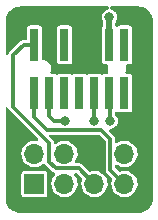
<source format=gbr>
%TF.GenerationSoftware,KiCad,Pcbnew,(6.0.0)*%
%TF.CreationDate,2022-01-20T17:31:54+07:00*%
%TF.ProjectId,CubeSat Link V555,43756265-5361-4742-904c-696e6b205635,rev?*%
%TF.SameCoordinates,Original*%
%TF.FileFunction,Copper,L1,Top*%
%TF.FilePolarity,Positive*%
%FSLAX46Y46*%
G04 Gerber Fmt 4.6, Leading zero omitted, Abs format (unit mm)*
G04 Created by KiCad (PCBNEW (6.0.0)) date 2022-01-20 17:31:54*
%MOMM*%
%LPD*%
G01*
G04 APERTURE LIST*
%TA.AperFunction,ComponentPad*%
%ADD10O,1.700000X1.700000*%
%TD*%
%TA.AperFunction,ComponentPad*%
%ADD11R,1.700000X1.700000*%
%TD*%
%TA.AperFunction,SMDPad,CuDef*%
%ADD12R,0.740000X2.790000*%
%TD*%
%TA.AperFunction,ViaPad*%
%ADD13C,0.800000*%
%TD*%
%TA.AperFunction,Conductor*%
%ADD14C,0.300000*%
%TD*%
%TA.AperFunction,Conductor*%
%ADD15C,0.500000*%
%TD*%
G04 APERTURE END LIST*
D10*
%TO.P,J2,8,Pin_8*%
%TO.N,unconnected-(J2-Pad8)*%
X146820000Y-104750000D03*
%TO.P,J2,7,Pin_7*%
%TO.N,/TX*%
X146820000Y-107290000D03*
%TO.P,J2,6,Pin_6*%
%TO.N,GND*%
X144280000Y-104750000D03*
%TO.P,J2,5,Pin_5*%
%TO.N,/RX*%
X144280000Y-107290000D03*
%TO.P,J2,4,Pin_4*%
%TO.N,/NRST*%
X141740000Y-104750000D03*
%TO.P,J2,3,Pin_3*%
%TO.N,/SWDIO*%
X141740000Y-107290000D03*
%TO.P,J2,2,Pin_2*%
%TO.N,+3V3*%
X139200000Y-104750000D03*
D11*
%TO.P,J2,1,Pin_1*%
%TO.N,/SWCLK*%
X139200000Y-107290000D03*
%TD*%
D12*
%TO.P,J1,14,Pin_14*%
%TO.N,/TX*%
X139190000Y-99590000D03*
%TO.P,J1,13,Pin_13*%
%TO.N,/RX*%
X139190000Y-95520000D03*
%TO.P,J1,12,Pin_12*%
%TO.N,/NRST*%
X140460000Y-99590000D03*
%TO.P,J1,11,Pin_11*%
%TO.N,GND*%
X140460000Y-95520000D03*
%TO.P,J1,10,Pin_10*%
%TO.N,unconnected-(J1-Pad10)*%
X141730000Y-99590000D03*
%TO.P,J1,9,Pin_9*%
%TO.N,unconnected-(J1-Pad9)*%
X141730000Y-95520000D03*
%TO.P,J1,8,Pin_8*%
%TO.N,/SWO*%
X143000000Y-99590000D03*
%TO.P,J1,7,Pin_7*%
%TO.N,GND*%
X143000000Y-95520000D03*
%TO.P,J1,6,Pin_6*%
%TO.N,/SWCLK*%
X144270000Y-99590000D03*
%TO.P,J1,5,Pin_5*%
%TO.N,GND*%
X144270000Y-95520000D03*
%TO.P,J1,4,Pin_4*%
%TO.N,/SWDIO*%
X145540000Y-99590000D03*
%TO.P,J1,3,Pin_3*%
%TO.N,+3V3*%
X145540000Y-95520000D03*
%TO.P,J1,2,Pin_2*%
%TO.N,unconnected-(J1-Pad2)*%
X146810000Y-99590000D03*
%TO.P,J1,1,Pin_1*%
%TO.N,unconnected-(J1-Pad1)*%
X146810000Y-95520000D03*
%TD*%
D13*
%TO.N,GND*%
X137500000Y-106000000D03*
X148500000Y-108500000D03*
X148000000Y-102000000D03*
X148000000Y-93500000D03*
X137500000Y-93500000D03*
%TO.N,/SWDIO*%
X145600000Y-101950000D03*
%TO.N,/SWCLK*%
X144250000Y-101950500D03*
%TO.N,+3V3*%
X145550000Y-93150000D03*
%TO.N,/NRST*%
X141750000Y-101950500D03*
%TD*%
D14*
%TO.N,/NRST*%
X140850500Y-101950500D02*
X140460000Y-101560000D01*
X141750000Y-101950500D02*
X140850500Y-101950500D01*
X140460000Y-101560000D02*
X140460000Y-99590000D01*
%TO.N,/SWDIO*%
X145600000Y-101950000D02*
X145600000Y-99650000D01*
X145600000Y-99650000D02*
X145540000Y-99590000D01*
%TO.N,/SWCLK*%
X144250000Y-99610000D02*
X144270000Y-99590000D01*
X144250000Y-101950500D02*
X144250000Y-99610000D01*
D15*
%TO.N,+3V3*%
X145540000Y-93160000D02*
X145550000Y-93150000D01*
X145540000Y-95520000D02*
X145540000Y-93160000D01*
D14*
%TO.N,/TX*%
X145620489Y-103470489D02*
X145620489Y-106090489D01*
X144850000Y-102700000D02*
X145620489Y-103470489D01*
X140250000Y-102700000D02*
X144850000Y-102700000D01*
X139190000Y-101640000D02*
X140250000Y-102700000D01*
X139190000Y-99590000D02*
X139190000Y-101640000D01*
X145620489Y-106090489D02*
X146820000Y-107290000D01*
%TO.N,/RX*%
X138280000Y-95520000D02*
X139190000Y-95520000D01*
X137400000Y-96400000D02*
X138280000Y-95520000D01*
X140450000Y-103850000D02*
X137400000Y-100800000D01*
X140450000Y-105400000D02*
X140450000Y-103850000D01*
X137400000Y-100800000D02*
X137400000Y-96400000D01*
X141000000Y-105950000D02*
X140450000Y-105400000D01*
X142940000Y-105950000D02*
X141000000Y-105950000D01*
X144280000Y-107290000D02*
X142940000Y-105950000D01*
%TD*%
%TA.AperFunction,Conductor*%
%TO.N,GND*%
G36*
X147987153Y-92256421D02*
G01*
X148000000Y-92258976D01*
X148012170Y-92256556D01*
X148024581Y-92256556D01*
X148024581Y-92257411D01*
X148035296Y-92256778D01*
X148142125Y-92265185D01*
X148185030Y-92268562D01*
X148204559Y-92271655D01*
X148375396Y-92312670D01*
X148394198Y-92318780D01*
X148556508Y-92386010D01*
X148574126Y-92394987D01*
X148723929Y-92486787D01*
X148739917Y-92498402D01*
X148870218Y-92609689D01*
X148873515Y-92612505D01*
X148887493Y-92626483D01*
X149001598Y-92760083D01*
X149013213Y-92776071D01*
X149105013Y-92925874D01*
X149113990Y-92943492D01*
X149181220Y-93105802D01*
X149187330Y-93124604D01*
X149228345Y-93295441D01*
X149231438Y-93314970D01*
X149243222Y-93464702D01*
X149242589Y-93475419D01*
X149243444Y-93475419D01*
X149243444Y-93487830D01*
X149241024Y-93500000D01*
X149243579Y-93512844D01*
X149246000Y-93537425D01*
X149246000Y-108462575D01*
X149243579Y-108487153D01*
X149241024Y-108500000D01*
X149243444Y-108512170D01*
X149243444Y-108524581D01*
X149242589Y-108524581D01*
X149243222Y-108535298D01*
X149231438Y-108685030D01*
X149228345Y-108704559D01*
X149187330Y-108875396D01*
X149181220Y-108894198D01*
X149113990Y-109056508D01*
X149105013Y-109074126D01*
X149013213Y-109223929D01*
X149001598Y-109239917D01*
X148887495Y-109373515D01*
X148873517Y-109387493D01*
X148739917Y-109501598D01*
X148723929Y-109513213D01*
X148574126Y-109605013D01*
X148556508Y-109613990D01*
X148394198Y-109681220D01*
X148375396Y-109687330D01*
X148204559Y-109728345D01*
X148185030Y-109731438D01*
X148142125Y-109734815D01*
X148035296Y-109743222D01*
X148024581Y-109742589D01*
X148024581Y-109743444D01*
X148012170Y-109743444D01*
X148000000Y-109741024D01*
X147987153Y-109743579D01*
X147962575Y-109746000D01*
X138037425Y-109746000D01*
X138012847Y-109743579D01*
X138000000Y-109741024D01*
X137987830Y-109743444D01*
X137975419Y-109743444D01*
X137975419Y-109742589D01*
X137964704Y-109743222D01*
X137857875Y-109734815D01*
X137814970Y-109731438D01*
X137795441Y-109728345D01*
X137624604Y-109687330D01*
X137605802Y-109681220D01*
X137443492Y-109613990D01*
X137425874Y-109605013D01*
X137276071Y-109513213D01*
X137260083Y-109501598D01*
X137126483Y-109387493D01*
X137112505Y-109373515D01*
X136998402Y-109239917D01*
X136986787Y-109223929D01*
X136894987Y-109074126D01*
X136886010Y-109056508D01*
X136818780Y-108894198D01*
X136812670Y-108875396D01*
X136771655Y-108704559D01*
X136768562Y-108685030D01*
X136756778Y-108535298D01*
X136757411Y-108524581D01*
X136756556Y-108524581D01*
X136756556Y-108512170D01*
X136758976Y-108500000D01*
X136756421Y-108487153D01*
X136754000Y-108462575D01*
X136754000Y-106414933D01*
X138095500Y-106414933D01*
X138095501Y-108165066D01*
X138110266Y-108239301D01*
X138117161Y-108249620D01*
X138117162Y-108249622D01*
X138157516Y-108310015D01*
X138166516Y-108323484D01*
X138250699Y-108379734D01*
X138324933Y-108394500D01*
X139199858Y-108394500D01*
X140075066Y-108394499D01*
X140110818Y-108387388D01*
X140137126Y-108382156D01*
X140137128Y-108382155D01*
X140149301Y-108379734D01*
X140159621Y-108372839D01*
X140159622Y-108372838D01*
X140223168Y-108330377D01*
X140233484Y-108323484D01*
X140289734Y-108239301D01*
X140304500Y-108165067D01*
X140304499Y-106414934D01*
X140292479Y-106354499D01*
X140292156Y-106352874D01*
X140292155Y-106352872D01*
X140289734Y-106340699D01*
X140277490Y-106322374D01*
X140240377Y-106266832D01*
X140233484Y-106256516D01*
X140149301Y-106200266D01*
X140075067Y-106185500D01*
X139200142Y-106185500D01*
X138324934Y-106185501D01*
X138289182Y-106192612D01*
X138262874Y-106197844D01*
X138262872Y-106197845D01*
X138250699Y-106200266D01*
X138240379Y-106207161D01*
X138240378Y-106207162D01*
X138182612Y-106245761D01*
X138166516Y-106256516D01*
X138110266Y-106340699D01*
X138095500Y-106414933D01*
X136754000Y-106414933D01*
X136754000Y-100916338D01*
X136774002Y-100848217D01*
X136827658Y-100801724D01*
X136897932Y-100791620D01*
X136962512Y-100821114D01*
X136999833Y-100877402D01*
X137002395Y-100885287D01*
X137007011Y-100904513D01*
X137010502Y-100926555D01*
X137015003Y-100935388D01*
X137020633Y-100946438D01*
X137028199Y-100964704D01*
X137035095Y-100985929D01*
X137040925Y-100993953D01*
X137048216Y-101003989D01*
X137058545Y-101020844D01*
X137068674Y-101040723D01*
X137091462Y-101063511D01*
X137091465Y-101063515D01*
X139470190Y-103442240D01*
X139504216Y-103504552D01*
X139499151Y-103575367D01*
X139456604Y-103632203D01*
X139390084Y-103657014D01*
X139356519Y-103654914D01*
X139315946Y-103646844D01*
X139310171Y-103646768D01*
X139310167Y-103646768D01*
X139208793Y-103645441D01*
X139112971Y-103644187D01*
X139107274Y-103645166D01*
X139107273Y-103645166D01*
X138918607Y-103677585D01*
X138912910Y-103678564D01*
X138722463Y-103748824D01*
X138548010Y-103852612D01*
X138543670Y-103856418D01*
X138543666Y-103856421D01*
X138404989Y-103978039D01*
X138395392Y-103986455D01*
X138269720Y-104145869D01*
X138267031Y-104150980D01*
X138267029Y-104150983D01*
X138254073Y-104175609D01*
X138175203Y-104325515D01*
X138115007Y-104519378D01*
X138091148Y-104720964D01*
X138104424Y-104923522D01*
X138105845Y-104929118D01*
X138105846Y-104929123D01*
X138126119Y-105008945D01*
X138154392Y-105120269D01*
X138156809Y-105125512D01*
X138194010Y-105206208D01*
X138239377Y-105304616D01*
X138356533Y-105470389D01*
X138360675Y-105474424D01*
X138417637Y-105529913D01*
X138501938Y-105612035D01*
X138670720Y-105724812D01*
X138676023Y-105727090D01*
X138676026Y-105727092D01*
X138851921Y-105802662D01*
X138857228Y-105804942D01*
X138930244Y-105821464D01*
X139049579Y-105848467D01*
X139049584Y-105848468D01*
X139055216Y-105849742D01*
X139060987Y-105849969D01*
X139060989Y-105849969D01*
X139120756Y-105852317D01*
X139258053Y-105857712D01*
X139358499Y-105843148D01*
X139453231Y-105829413D01*
X139453236Y-105829412D01*
X139458945Y-105828584D01*
X139464409Y-105826729D01*
X139464414Y-105826728D01*
X139645693Y-105765192D01*
X139645698Y-105765190D01*
X139651165Y-105763334D01*
X139828276Y-105664147D01*
X139855539Y-105641473D01*
X139919379Y-105588377D01*
X139984544Y-105560196D01*
X140054599Y-105571719D01*
X140107303Y-105619288D01*
X140112210Y-105628037D01*
X140118674Y-105640723D01*
X140141452Y-105663501D01*
X140141465Y-105663515D01*
X140668674Y-106190723D01*
X140759277Y-106281326D01*
X140779164Y-106291459D01*
X140796022Y-106301791D01*
X140814071Y-106314904D01*
X140823506Y-106317969D01*
X140823507Y-106317970D01*
X140835296Y-106321801D01*
X140853560Y-106329366D01*
X140873445Y-106339498D01*
X140873637Y-106339528D01*
X140927783Y-106376552D01*
X140955421Y-106441948D01*
X140943315Y-106511905D01*
X140929192Y-106534319D01*
X140918581Y-106547779D01*
X140809720Y-106685869D01*
X140807031Y-106690980D01*
X140807029Y-106690983D01*
X140794073Y-106715609D01*
X140715203Y-106865515D01*
X140655007Y-107059378D01*
X140631148Y-107260964D01*
X140644424Y-107463522D01*
X140645845Y-107469118D01*
X140645846Y-107469123D01*
X140666119Y-107548945D01*
X140694392Y-107660269D01*
X140696809Y-107665512D01*
X140734010Y-107746208D01*
X140779377Y-107844616D01*
X140896533Y-108010389D01*
X141041938Y-108152035D01*
X141210720Y-108264812D01*
X141216023Y-108267090D01*
X141216026Y-108267092D01*
X141347283Y-108323484D01*
X141397228Y-108344942D01*
X141470244Y-108361464D01*
X141589579Y-108388467D01*
X141589584Y-108388468D01*
X141595216Y-108389742D01*
X141600987Y-108389969D01*
X141600989Y-108389969D01*
X141660756Y-108392317D01*
X141798053Y-108397712D01*
X141905348Y-108382155D01*
X141993231Y-108369413D01*
X141993236Y-108369412D01*
X141998945Y-108368584D01*
X142004409Y-108366729D01*
X142004414Y-108366728D01*
X142185693Y-108305192D01*
X142185698Y-108305190D01*
X142191165Y-108303334D01*
X142368276Y-108204147D01*
X142407969Y-108171135D01*
X142519913Y-108078031D01*
X142524345Y-108074345D01*
X142654147Y-107918276D01*
X142753334Y-107741165D01*
X142755190Y-107735698D01*
X142755192Y-107735693D01*
X142816728Y-107554414D01*
X142816729Y-107554409D01*
X142818584Y-107548945D01*
X142819412Y-107543236D01*
X142819413Y-107543231D01*
X142847179Y-107351727D01*
X142847712Y-107348053D01*
X142849232Y-107290000D01*
X142830658Y-107087859D01*
X142829090Y-107082299D01*
X142777125Y-106898046D01*
X142777124Y-106898044D01*
X142775557Y-106892487D01*
X142764978Y-106871033D01*
X142688331Y-106715609D01*
X142685776Y-106710428D01*
X142570376Y-106555889D01*
X142545644Y-106489339D01*
X142560818Y-106419983D01*
X142611080Y-106369841D01*
X142671334Y-106354500D01*
X142720260Y-106354500D01*
X142788381Y-106374502D01*
X142809355Y-106391405D01*
X143208100Y-106790150D01*
X143242126Y-106852462D01*
X143239338Y-106916609D01*
X143195007Y-107059378D01*
X143171148Y-107260964D01*
X143184424Y-107463522D01*
X143185845Y-107469118D01*
X143185846Y-107469123D01*
X143206119Y-107548945D01*
X143234392Y-107660269D01*
X143236809Y-107665512D01*
X143274010Y-107746208D01*
X143319377Y-107844616D01*
X143436533Y-108010389D01*
X143581938Y-108152035D01*
X143750720Y-108264812D01*
X143756023Y-108267090D01*
X143756026Y-108267092D01*
X143887283Y-108323484D01*
X143937228Y-108344942D01*
X144010244Y-108361464D01*
X144129579Y-108388467D01*
X144129584Y-108388468D01*
X144135216Y-108389742D01*
X144140987Y-108389969D01*
X144140989Y-108389969D01*
X144200756Y-108392317D01*
X144338053Y-108397712D01*
X144445348Y-108382155D01*
X144533231Y-108369413D01*
X144533236Y-108369412D01*
X144538945Y-108368584D01*
X144544409Y-108366729D01*
X144544414Y-108366728D01*
X144725693Y-108305192D01*
X144725698Y-108305190D01*
X144731165Y-108303334D01*
X144908276Y-108204147D01*
X144947969Y-108171135D01*
X145059913Y-108078031D01*
X145064345Y-108074345D01*
X145194147Y-107918276D01*
X145293334Y-107741165D01*
X145295190Y-107735698D01*
X145295192Y-107735693D01*
X145356728Y-107554414D01*
X145356729Y-107554409D01*
X145358584Y-107548945D01*
X145359412Y-107543236D01*
X145359413Y-107543231D01*
X145387179Y-107351727D01*
X145387712Y-107348053D01*
X145389232Y-107290000D01*
X145370658Y-107087859D01*
X145369090Y-107082299D01*
X145317125Y-106898046D01*
X145317124Y-106898044D01*
X145315557Y-106892487D01*
X145304978Y-106871033D01*
X145228331Y-106715609D01*
X145225776Y-106710428D01*
X145104320Y-106547779D01*
X144955258Y-106409987D01*
X144950375Y-106406906D01*
X144950371Y-106406903D01*
X144788464Y-106304748D01*
X144783581Y-106301667D01*
X144595039Y-106226446D01*
X144589379Y-106225320D01*
X144589375Y-106225319D01*
X144401613Y-106187971D01*
X144401610Y-106187971D01*
X144395946Y-106186844D01*
X144390171Y-106186768D01*
X144390167Y-106186768D01*
X144288793Y-106185441D01*
X144192971Y-106184187D01*
X144187274Y-106185166D01*
X144187273Y-106185166D01*
X143998607Y-106217585D01*
X143992910Y-106218564D01*
X143987484Y-106220566D01*
X143987483Y-106220566D01*
X143913498Y-106247860D01*
X143842665Y-106252672D01*
X143780793Y-106218743D01*
X143203515Y-105641465D01*
X143203511Y-105641462D01*
X143180723Y-105618674D01*
X143160844Y-105608545D01*
X143143989Y-105598216D01*
X143133953Y-105590925D01*
X143125929Y-105585095D01*
X143104704Y-105578199D01*
X143086438Y-105570633D01*
X143066555Y-105560502D01*
X143044513Y-105557011D01*
X143025287Y-105552395D01*
X143013500Y-105548565D01*
X143013498Y-105548565D01*
X143004066Y-105545500D01*
X142775473Y-105545500D01*
X142707352Y-105525498D01*
X142660859Y-105471842D01*
X142650755Y-105401568D01*
X142665539Y-105357934D01*
X142750510Y-105206208D01*
X142750511Y-105206206D01*
X142753334Y-105201165D01*
X142755190Y-105195698D01*
X142755192Y-105195693D01*
X142816728Y-105014414D01*
X142816729Y-105014409D01*
X142818584Y-105008945D01*
X142819412Y-105003236D01*
X142819413Y-105003231D01*
X142847179Y-104811727D01*
X142847712Y-104808053D01*
X142849232Y-104750000D01*
X142830658Y-104547859D01*
X142829090Y-104542299D01*
X142777125Y-104358046D01*
X142777124Y-104358044D01*
X142775557Y-104352487D01*
X142764978Y-104331033D01*
X142688331Y-104175609D01*
X142685776Y-104170428D01*
X142564320Y-104007779D01*
X142415258Y-103869987D01*
X142410375Y-103866906D01*
X142410371Y-103866903D01*
X142248464Y-103764748D01*
X142243581Y-103761667D01*
X142055039Y-103686446D01*
X142049379Y-103685320D01*
X142049375Y-103685319D01*
X141861613Y-103647971D01*
X141861610Y-103647971D01*
X141855946Y-103646844D01*
X141850171Y-103646768D01*
X141850167Y-103646768D01*
X141748793Y-103645441D01*
X141652971Y-103644187D01*
X141647274Y-103645166D01*
X141647273Y-103645166D01*
X141458607Y-103677585D01*
X141452910Y-103678564D01*
X141262463Y-103748824D01*
X141088010Y-103852612D01*
X141083667Y-103856421D01*
X141083660Y-103856426D01*
X141062653Y-103874848D01*
X140998248Y-103904724D01*
X140927916Y-103895037D01*
X140873985Y-103848863D01*
X140855128Y-103799825D01*
X140854499Y-103795853D01*
X140854499Y-103785934D01*
X140851435Y-103776503D01*
X140851434Y-103776498D01*
X140847606Y-103764718D01*
X140842990Y-103745493D01*
X140841049Y-103733241D01*
X140839498Y-103723445D01*
X140829366Y-103703560D01*
X140821801Y-103685296D01*
X140817970Y-103673507D01*
X140817969Y-103673506D01*
X140814904Y-103664071D01*
X140801791Y-103646022D01*
X140791457Y-103629161D01*
X140785826Y-103618109D01*
X140781326Y-103609277D01*
X140491644Y-103319595D01*
X140457618Y-103257283D01*
X140462683Y-103186468D01*
X140505230Y-103129632D01*
X140571750Y-103104821D01*
X140580739Y-103104500D01*
X144630260Y-103104500D01*
X144698381Y-103124502D01*
X144719355Y-103141405D01*
X145179084Y-103601134D01*
X145213110Y-103663446D01*
X145215989Y-103690229D01*
X145215989Y-106154555D01*
X145219054Y-106163987D01*
X145219054Y-106163989D01*
X145222884Y-106175776D01*
X145227500Y-106195002D01*
X145230991Y-106217044D01*
X145235492Y-106225877D01*
X145241122Y-106236927D01*
X145248688Y-106255193D01*
X145255584Y-106276418D01*
X145261414Y-106284442D01*
X145268705Y-106294478D01*
X145279034Y-106311333D01*
X145289163Y-106331212D01*
X145311951Y-106354000D01*
X145311954Y-106354004D01*
X145748100Y-106790150D01*
X145782126Y-106852462D01*
X145779338Y-106916609D01*
X145735007Y-107059378D01*
X145711148Y-107260964D01*
X145724424Y-107463522D01*
X145725845Y-107469118D01*
X145725846Y-107469123D01*
X145746119Y-107548945D01*
X145774392Y-107660269D01*
X145776809Y-107665512D01*
X145814010Y-107746208D01*
X145859377Y-107844616D01*
X145976533Y-108010389D01*
X146121938Y-108152035D01*
X146290720Y-108264812D01*
X146296023Y-108267090D01*
X146296026Y-108267092D01*
X146427283Y-108323484D01*
X146477228Y-108344942D01*
X146550244Y-108361464D01*
X146669579Y-108388467D01*
X146669584Y-108388468D01*
X146675216Y-108389742D01*
X146680987Y-108389969D01*
X146680989Y-108389969D01*
X146740756Y-108392317D01*
X146878053Y-108397712D01*
X146985348Y-108382155D01*
X147073231Y-108369413D01*
X147073236Y-108369412D01*
X147078945Y-108368584D01*
X147084409Y-108366729D01*
X147084414Y-108366728D01*
X147265693Y-108305192D01*
X147265698Y-108305190D01*
X147271165Y-108303334D01*
X147448276Y-108204147D01*
X147487969Y-108171135D01*
X147599913Y-108078031D01*
X147604345Y-108074345D01*
X147734147Y-107918276D01*
X147833334Y-107741165D01*
X147835190Y-107735698D01*
X147835192Y-107735693D01*
X147896728Y-107554414D01*
X147896729Y-107554409D01*
X147898584Y-107548945D01*
X147899412Y-107543236D01*
X147899413Y-107543231D01*
X147927179Y-107351727D01*
X147927712Y-107348053D01*
X147929232Y-107290000D01*
X147910658Y-107087859D01*
X147909090Y-107082299D01*
X147857125Y-106898046D01*
X147857124Y-106898044D01*
X147855557Y-106892487D01*
X147844978Y-106871033D01*
X147768331Y-106715609D01*
X147765776Y-106710428D01*
X147644320Y-106547779D01*
X147495258Y-106409987D01*
X147490375Y-106406906D01*
X147490371Y-106406903D01*
X147328464Y-106304748D01*
X147323581Y-106301667D01*
X147135039Y-106226446D01*
X147129379Y-106225320D01*
X147129375Y-106225319D01*
X146941613Y-106187971D01*
X146941610Y-106187971D01*
X146935946Y-106186844D01*
X146930171Y-106186768D01*
X146930167Y-106186768D01*
X146828793Y-106185441D01*
X146732971Y-106184187D01*
X146727274Y-106185166D01*
X146727273Y-106185166D01*
X146538607Y-106217585D01*
X146532910Y-106218564D01*
X146527484Y-106220566D01*
X146527483Y-106220566D01*
X146453498Y-106247860D01*
X146382665Y-106252672D01*
X146320793Y-106218743D01*
X146061894Y-105959844D01*
X146027868Y-105897532D01*
X146024989Y-105870749D01*
X146024989Y-105782985D01*
X146044991Y-105714864D01*
X146098647Y-105668371D01*
X146168921Y-105658267D01*
X146220990Y-105678219D01*
X146290720Y-105724812D01*
X146296023Y-105727090D01*
X146296026Y-105727092D01*
X146471921Y-105802662D01*
X146477228Y-105804942D01*
X146550244Y-105821464D01*
X146669579Y-105848467D01*
X146669584Y-105848468D01*
X146675216Y-105849742D01*
X146680987Y-105849969D01*
X146680989Y-105849969D01*
X146740756Y-105852317D01*
X146878053Y-105857712D01*
X146978499Y-105843148D01*
X147073231Y-105829413D01*
X147073236Y-105829412D01*
X147078945Y-105828584D01*
X147084409Y-105826729D01*
X147084414Y-105826728D01*
X147265693Y-105765192D01*
X147265698Y-105765190D01*
X147271165Y-105763334D01*
X147448276Y-105664147D01*
X147475539Y-105641473D01*
X147599913Y-105538031D01*
X147604345Y-105534345D01*
X147734147Y-105378276D01*
X147833334Y-105201165D01*
X147835190Y-105195698D01*
X147835192Y-105195693D01*
X147896728Y-105014414D01*
X147896729Y-105014409D01*
X147898584Y-105008945D01*
X147899412Y-105003236D01*
X147899413Y-105003231D01*
X147927179Y-104811727D01*
X147927712Y-104808053D01*
X147929232Y-104750000D01*
X147910658Y-104547859D01*
X147909090Y-104542299D01*
X147857125Y-104358046D01*
X147857124Y-104358044D01*
X147855557Y-104352487D01*
X147844978Y-104331033D01*
X147768331Y-104175609D01*
X147765776Y-104170428D01*
X147644320Y-104007779D01*
X147495258Y-103869987D01*
X147490375Y-103866906D01*
X147490371Y-103866903D01*
X147328464Y-103764748D01*
X147323581Y-103761667D01*
X147135039Y-103686446D01*
X147129379Y-103685320D01*
X147129375Y-103685319D01*
X146941613Y-103647971D01*
X146941610Y-103647971D01*
X146935946Y-103646844D01*
X146930171Y-103646768D01*
X146930167Y-103646768D01*
X146828793Y-103645441D01*
X146732971Y-103644187D01*
X146727274Y-103645166D01*
X146727273Y-103645166D01*
X146538607Y-103677585D01*
X146532910Y-103678564D01*
X146342463Y-103748824D01*
X146337502Y-103751776D01*
X146337501Y-103751776D01*
X146215412Y-103824411D01*
X146146641Y-103842051D01*
X146079251Y-103819710D01*
X146034638Y-103764482D01*
X146024989Y-103716126D01*
X146024989Y-103406423D01*
X146018094Y-103385202D01*
X146013478Y-103365976D01*
X146011538Y-103353727D01*
X146009987Y-103343934D01*
X145999855Y-103324050D01*
X145992290Y-103305784D01*
X145988459Y-103293993D01*
X145985394Y-103284560D01*
X145972273Y-103266500D01*
X145961943Y-103249643D01*
X145956318Y-103238604D01*
X145951815Y-103229766D01*
X145929027Y-103206978D01*
X145929024Y-103206974D01*
X145542265Y-102820215D01*
X145508239Y-102757903D01*
X145513304Y-102687088D01*
X145555851Y-102630252D01*
X145622371Y-102605441D01*
X145633336Y-102605136D01*
X145643337Y-102605293D01*
X145661319Y-102605576D01*
X145661322Y-102605576D01*
X145668916Y-102605695D01*
X145823332Y-102570329D01*
X145893742Y-102534917D01*
X145958072Y-102502563D01*
X145958075Y-102502561D01*
X145964855Y-102499151D01*
X145970626Y-102494222D01*
X145970629Y-102494220D01*
X146079536Y-102401204D01*
X146079536Y-102401203D01*
X146085314Y-102396269D01*
X146177755Y-102267624D01*
X146236842Y-102120641D01*
X146259162Y-101963807D01*
X146259231Y-101957265D01*
X146259264Y-101954134D01*
X146259264Y-101954128D01*
X146259307Y-101950000D01*
X146240276Y-101792733D01*
X146184280Y-101644546D01*
X146162908Y-101613450D01*
X146098855Y-101520251D01*
X146098854Y-101520249D01*
X146094553Y-101513992D01*
X146088248Y-101508374D01*
X146046681Y-101471340D01*
X146009126Y-101411090D01*
X146004500Y-101377263D01*
X146004500Y-101295290D01*
X146024502Y-101227169D01*
X146060497Y-101190526D01*
X146083167Y-101175378D01*
X146083168Y-101175377D01*
X146093342Y-101168579D01*
X146093344Y-101168578D01*
X146093483Y-101168485D01*
X146093491Y-101168497D01*
X146148217Y-101138614D01*
X146219032Y-101143679D01*
X146255679Y-101167231D01*
X146256516Y-101168484D01*
X146340699Y-101224734D01*
X146414933Y-101239500D01*
X146809936Y-101239500D01*
X147205066Y-101239499D01*
X147244469Y-101231662D01*
X147267126Y-101227156D01*
X147267128Y-101227155D01*
X147279301Y-101224734D01*
X147289621Y-101217839D01*
X147289622Y-101217838D01*
X147353168Y-101175377D01*
X147363484Y-101168484D01*
X147419734Y-101084301D01*
X147434500Y-101010067D01*
X147434499Y-98169934D01*
X147419734Y-98095699D01*
X147363484Y-98011516D01*
X147279301Y-97955266D01*
X147205067Y-97940500D01*
X147026879Y-97940500D01*
X146958758Y-97920498D01*
X146912265Y-97866842D01*
X146902161Y-97796568D01*
X146906289Y-97777977D01*
X146930417Y-97698313D01*
X146930419Y-97698304D01*
X146932539Y-97691303D01*
X146943578Y-97513375D01*
X146913388Y-97337681D01*
X146910559Y-97331032D01*
X146910517Y-97260074D01*
X146948864Y-97200324D01*
X147013427Y-97170792D01*
X147031434Y-97169499D01*
X147205066Y-97169499D01*
X147240818Y-97162388D01*
X147267126Y-97157156D01*
X147267128Y-97157155D01*
X147279301Y-97154734D01*
X147289621Y-97147839D01*
X147289622Y-97147838D01*
X147353168Y-97105377D01*
X147363484Y-97098484D01*
X147419734Y-97014301D01*
X147434500Y-96940067D01*
X147434499Y-94099934D01*
X147419734Y-94025699D01*
X147363484Y-93941516D01*
X147279301Y-93885266D01*
X147205067Y-93870500D01*
X146810064Y-93870500D01*
X146414934Y-93870501D01*
X146379182Y-93877612D01*
X146352874Y-93882844D01*
X146352872Y-93882845D01*
X146340699Y-93885266D01*
X146330379Y-93892161D01*
X146330378Y-93892162D01*
X146305499Y-93908786D01*
X146256516Y-93941516D01*
X146256507Y-93941503D01*
X146201783Y-93971386D01*
X146130968Y-93966321D01*
X146094321Y-93942769D01*
X146093484Y-93941516D01*
X146083168Y-93934623D01*
X146081405Y-93932860D01*
X146047379Y-93870548D01*
X146044500Y-93843765D01*
X146044500Y-93624060D01*
X146068178Y-93550534D01*
X146104490Y-93500000D01*
X146127755Y-93467624D01*
X146186842Y-93320641D01*
X146209162Y-93163807D01*
X146209307Y-93150000D01*
X146190276Y-92992733D01*
X146134280Y-92844546D01*
X146082703Y-92769501D01*
X146048855Y-92720251D01*
X146048854Y-92720249D01*
X146044553Y-92713992D01*
X145926275Y-92608611D01*
X145918889Y-92604700D01*
X145792988Y-92538039D01*
X145792989Y-92538039D01*
X145786274Y-92534484D01*
X145657762Y-92502204D01*
X145596567Y-92466209D01*
X145564546Y-92402844D01*
X145571866Y-92332226D01*
X145616204Y-92276775D01*
X145688458Y-92254000D01*
X147962575Y-92254000D01*
X147987153Y-92256421D01*
G37*
%TD.AperFunction*%
%TA.AperFunction,Conductor*%
G36*
X145481867Y-92274002D02*
G01*
X145528360Y-92327658D01*
X145538464Y-92397932D01*
X145508970Y-92462512D01*
X145443160Y-92502519D01*
X145327564Y-92530271D01*
X145327562Y-92530272D01*
X145320184Y-92532043D01*
X145179414Y-92604700D01*
X145060039Y-92708838D01*
X144968950Y-92838444D01*
X144966190Y-92845524D01*
X144927994Y-92943492D01*
X144911406Y-92986037D01*
X144910414Y-92993570D01*
X144910414Y-92993571D01*
X144895639Y-93105802D01*
X144890729Y-93143096D01*
X144908113Y-93300553D01*
X144962553Y-93449319D01*
X144966790Y-93455625D01*
X144966792Y-93455628D01*
X145014081Y-93526000D01*
X145035500Y-93596276D01*
X145035500Y-93843765D01*
X145015498Y-93911886D01*
X144998595Y-93932860D01*
X144996832Y-93934623D01*
X144986516Y-93941516D01*
X144930266Y-94025699D01*
X144915500Y-94099933D01*
X144915501Y-96940066D01*
X144930266Y-97014301D01*
X144937161Y-97024620D01*
X144937162Y-97024622D01*
X144977516Y-97085015D01*
X144986516Y-97098484D01*
X145070699Y-97154734D01*
X145144933Y-97169500D01*
X145323121Y-97169500D01*
X145391242Y-97189502D01*
X145437735Y-97243158D01*
X145447839Y-97313432D01*
X145443711Y-97332023D01*
X145419583Y-97411687D01*
X145419581Y-97411696D01*
X145417461Y-97418697D01*
X145406422Y-97596625D01*
X145436612Y-97772319D01*
X145439441Y-97778968D01*
X145439483Y-97849926D01*
X145401136Y-97909676D01*
X145336573Y-97939208D01*
X145318566Y-97940501D01*
X145144934Y-97940501D01*
X145109182Y-97947612D01*
X145082874Y-97952844D01*
X145082872Y-97952845D01*
X145070699Y-97955266D01*
X145060379Y-97962161D01*
X145060378Y-97962162D01*
X144999985Y-98002516D01*
X144986516Y-98011516D01*
X144986507Y-98011503D01*
X144931783Y-98041386D01*
X144860968Y-98036321D01*
X144824321Y-98012769D01*
X144823484Y-98011516D01*
X144739301Y-97955266D01*
X144665067Y-97940500D01*
X144270064Y-97940500D01*
X143874934Y-97940501D01*
X143839182Y-97947612D01*
X143812874Y-97952844D01*
X143812872Y-97952845D01*
X143800699Y-97955266D01*
X143790379Y-97962161D01*
X143790378Y-97962162D01*
X143729985Y-98002516D01*
X143716516Y-98011516D01*
X143716507Y-98011503D01*
X143661783Y-98041386D01*
X143590968Y-98036321D01*
X143554321Y-98012769D01*
X143553484Y-98011516D01*
X143469301Y-97955266D01*
X143395067Y-97940500D01*
X143000064Y-97940500D01*
X142604934Y-97940501D01*
X142569182Y-97947612D01*
X142542874Y-97952844D01*
X142542872Y-97952845D01*
X142530699Y-97955266D01*
X142520379Y-97962161D01*
X142520378Y-97962162D01*
X142459985Y-98002516D01*
X142446516Y-98011516D01*
X142446507Y-98011503D01*
X142391783Y-98041386D01*
X142320968Y-98036321D01*
X142284321Y-98012769D01*
X142283484Y-98011516D01*
X142199301Y-97955266D01*
X142125067Y-97940500D01*
X141730064Y-97940500D01*
X141334934Y-97940501D01*
X141299182Y-97947612D01*
X141272874Y-97952844D01*
X141272872Y-97952845D01*
X141260699Y-97955266D01*
X141250379Y-97962161D01*
X141250378Y-97962162D01*
X141189985Y-98002516D01*
X141176516Y-98011516D01*
X141176507Y-98011503D01*
X141121783Y-98041386D01*
X141050968Y-98036321D01*
X141014321Y-98012769D01*
X141013484Y-98011516D01*
X140929301Y-97955266D01*
X140855067Y-97940500D01*
X140676879Y-97940500D01*
X140608758Y-97920498D01*
X140562265Y-97866842D01*
X140552161Y-97796568D01*
X140556289Y-97777977D01*
X140580417Y-97698313D01*
X140580419Y-97698304D01*
X140582539Y-97691303D01*
X140593578Y-97513375D01*
X140563388Y-97337681D01*
X140493589Y-97173643D01*
X140387926Y-97030063D01*
X140252066Y-96914642D01*
X140169779Y-96872624D01*
X140099813Y-96836897D01*
X140099811Y-96836896D01*
X140093297Y-96833570D01*
X140086191Y-96831831D01*
X140086188Y-96831830D01*
X139925589Y-96792532D01*
X139925588Y-96792532D01*
X139920137Y-96791198D01*
X139919989Y-96791189D01*
X139857214Y-96761899D01*
X139819318Y-96701862D01*
X139814500Y-96667351D01*
X139814499Y-94106123D01*
X139814499Y-94099934D01*
X139814499Y-94099933D01*
X141105500Y-94099933D01*
X141105501Y-96940066D01*
X141120266Y-97014301D01*
X141127161Y-97024620D01*
X141127162Y-97024622D01*
X141167516Y-97085015D01*
X141176516Y-97098484D01*
X141260699Y-97154734D01*
X141334933Y-97169500D01*
X141729936Y-97169500D01*
X142125066Y-97169499D01*
X142160818Y-97162388D01*
X142187126Y-97157156D01*
X142187128Y-97157155D01*
X142199301Y-97154734D01*
X142209621Y-97147839D01*
X142209622Y-97147838D01*
X142273168Y-97105377D01*
X142283484Y-97098484D01*
X142339734Y-97014301D01*
X142354500Y-96940067D01*
X142354499Y-94099934D01*
X142339734Y-94025699D01*
X142283484Y-93941516D01*
X142199301Y-93885266D01*
X142125067Y-93870500D01*
X141730064Y-93870500D01*
X141334934Y-93870501D01*
X141299182Y-93877612D01*
X141272874Y-93882844D01*
X141272872Y-93882845D01*
X141260699Y-93885266D01*
X141250379Y-93892161D01*
X141250378Y-93892162D01*
X141225499Y-93908786D01*
X141176516Y-93941516D01*
X141120266Y-94025699D01*
X141105500Y-94099933D01*
X139814499Y-94099933D01*
X139799734Y-94025699D01*
X139743484Y-93941516D01*
X139659301Y-93885266D01*
X139585067Y-93870500D01*
X139190064Y-93870500D01*
X138794934Y-93870501D01*
X138759182Y-93877612D01*
X138732874Y-93882844D01*
X138732872Y-93882845D01*
X138720699Y-93885266D01*
X138710379Y-93892161D01*
X138710378Y-93892162D01*
X138685499Y-93908786D01*
X138636516Y-93941516D01*
X138580266Y-94025699D01*
X138565500Y-94099933D01*
X138565500Y-94989500D01*
X138545498Y-95057621D01*
X138491842Y-95104114D01*
X138439500Y-95115500D01*
X138215934Y-95115500D01*
X138206502Y-95118565D01*
X138206500Y-95118565D01*
X138194713Y-95122395D01*
X138175487Y-95127011D01*
X138153445Y-95130502D01*
X138133562Y-95140633D01*
X138115296Y-95148199D01*
X138094071Y-95155095D01*
X138086047Y-95160925D01*
X138076011Y-95168216D01*
X138059156Y-95178545D01*
X138039277Y-95188674D01*
X138016489Y-95211462D01*
X138016485Y-95211465D01*
X137091465Y-96136485D01*
X137091462Y-96136489D01*
X137068674Y-96159277D01*
X137064171Y-96168115D01*
X137058546Y-96179154D01*
X137048216Y-96196011D01*
X137035095Y-96214071D01*
X137032030Y-96223504D01*
X137028199Y-96235295D01*
X137020634Y-96253561D01*
X137010502Y-96273445D01*
X137008951Y-96283238D01*
X137007011Y-96295487D01*
X137002395Y-96314713D01*
X136999833Y-96322598D01*
X136959759Y-96381204D01*
X136894363Y-96408841D01*
X136824406Y-96396734D01*
X136772100Y-96348728D01*
X136754000Y-96283662D01*
X136754000Y-93537425D01*
X136756421Y-93512844D01*
X136758976Y-93500000D01*
X136756556Y-93487830D01*
X136756556Y-93475419D01*
X136757411Y-93475419D01*
X136756778Y-93464702D01*
X136768562Y-93314970D01*
X136771655Y-93295441D01*
X136812670Y-93124604D01*
X136818780Y-93105802D01*
X136886010Y-92943492D01*
X136894987Y-92925874D01*
X136986787Y-92776071D01*
X136998402Y-92760083D01*
X137112507Y-92626483D01*
X137126485Y-92612505D01*
X137129782Y-92609689D01*
X137260083Y-92498402D01*
X137276071Y-92486787D01*
X137425874Y-92394987D01*
X137443492Y-92386010D01*
X137605802Y-92318780D01*
X137624604Y-92312670D01*
X137795441Y-92271655D01*
X137814970Y-92268562D01*
X137857875Y-92265185D01*
X137964704Y-92256778D01*
X137975419Y-92257411D01*
X137975419Y-92256556D01*
X137987830Y-92256556D01*
X138000000Y-92258976D01*
X138012847Y-92256421D01*
X138037425Y-92254000D01*
X145413746Y-92254000D01*
X145481867Y-92274002D01*
G37*
%TD.AperFunction*%
%TD*%
M02*

</source>
